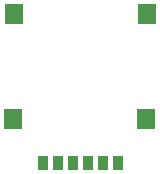
<source format=gbp>
G04 #@! TF.GenerationSoftware,KiCad,Pcbnew,(5.1.4-0)*
G04 #@! TF.CreationDate,2021-09-04T15:45:49+08:00*
G04 #@! TF.ProjectId,SIM7080,53494d37-3038-4302-9e6b-696361645f70,V1.2*
G04 #@! TF.SameCoordinates,Original*
G04 #@! TF.FileFunction,Paste,Bot*
G04 #@! TF.FilePolarity,Positive*
%FSLAX46Y46*%
G04 Gerber Fmt 4.6, Leading zero omitted, Abs format (unit mm)*
G04 Created by KiCad (PCBNEW (5.1.4-0)) date 2021-09-04 15:45:49*
%MOMM*%
%LPD*%
G04 APERTURE LIST*
%ADD10R,1.600000X1.800000*%
%ADD11R,0.900000X1.200000*%
G04 APERTURE END LIST*
D10*
X149400000Y-93550000D03*
X149500000Y-84700000D03*
X160600000Y-93550000D03*
X160700000Y-84700000D03*
D11*
X151890000Y-97280000D03*
X153160000Y-97280000D03*
X154430000Y-97280000D03*
X155700000Y-97280000D03*
X156970000Y-97280000D03*
X158240000Y-97280000D03*
M02*

</source>
